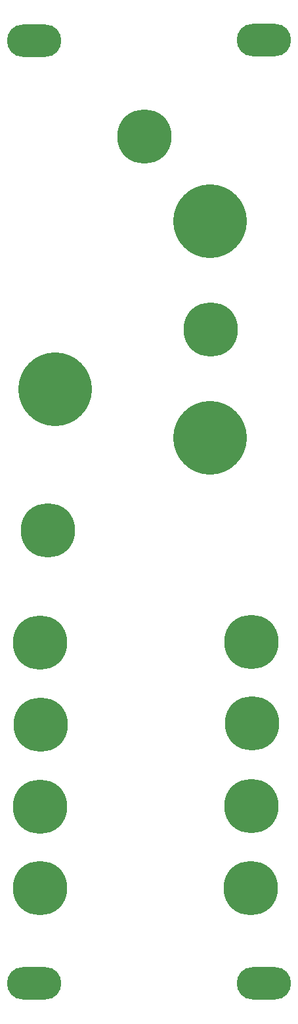
<source format=gbr>
%TF.GenerationSoftware,KiCad,Pcbnew,6.0.2+dfsg-1*%
%TF.CreationDate,2023-09-10T17:25:56+01:00*%
%TF.ProjectId,fr4panel,66723470-616e-4656-9c2e-6b696361645f,rev?*%
%TF.SameCoordinates,Original*%
%TF.FileFunction,Copper,L2,Bot*%
%TF.FilePolarity,Positive*%
%FSLAX46Y46*%
G04 Gerber Fmt 4.6, Leading zero omitted, Abs format (unit mm)*
G04 Created by KiCad (PCBNEW 6.0.2+dfsg-1) date 2023-09-10 17:25:56*
%MOMM*%
%LPD*%
G01*
G04 APERTURE LIST*
%TA.AperFunction,WasherPad*%
%ADD10C,9.500000*%
%TD*%
%TA.AperFunction,ComponentPad*%
%ADD11C,7.000000*%
%TD*%
%TA.AperFunction,ComponentPad*%
%ADD12O,7.000000X4.200000*%
%TD*%
G04 APERTURE END LIST*
D10*
%TO.P,REF\u002A\u002A,*%
%TO.N,*%
X133050000Y-70310000D03*
%TD*%
%TO.P,REF\u002A\u002A,*%
%TO.N,*%
X153050000Y-76620000D03*
%TD*%
%TO.P,REF\u002A\u002A,*%
%TO.N,*%
X153060000Y-48690000D03*
%TD*%
D11*
%TO.P,REF\u002A\u002A,*%
%TO.N,*%
X144600000Y-37740000D03*
%TD*%
%TO.P,REF\u002A\u002A,*%
%TO.N,*%
X153110000Y-62630000D03*
%TD*%
%TO.P,REF\u002A\u002A,*%
%TO.N,*%
X132170000Y-88530000D03*
%TD*%
%TO.P,REF\u002A\u002A,*%
%TO.N,*%
X158470000Y-113450000D03*
%TD*%
%TO.P,REF\u002A\u002A,*%
%TO.N,*%
X158420000Y-102940000D03*
%TD*%
%TO.P,REF\u002A\u002A,*%
%TO.N,*%
X158260000Y-134720000D03*
%TD*%
%TO.P,REF\u002A\u002A,*%
%TO.N,*%
X158370000Y-124100000D03*
%TD*%
%TO.P,REF\u002A\u002A,*%
%TO.N,*%
X131090000Y-124220000D03*
%TD*%
%TO.P,REF\u002A\u002A,*%
%TO.N,*%
X131140000Y-134730000D03*
%TD*%
%TO.P,REF\u002A\u002A,*%
%TO.N,*%
X131140000Y-103060000D03*
%TD*%
%TO.P,REF\u002A\u002A,*%
%TO.N,*%
X131190000Y-113570000D03*
%TD*%
D12*
%TO.P,REF\u002A\u002A,*%
%TO.N,*%
X159980000Y-25340000D03*
%TD*%
%TO.P,REF\u002A\u002A,*%
%TO.N,*%
X159980000Y-146970000D03*
%TD*%
%TO.P,REF\u002A\u002A,*%
%TO.N,*%
X130370000Y-146960000D03*
%TD*%
%TO.P,REF\u002A\u002A,*%
%TO.N,*%
X130370000Y-25350000D03*
%TD*%
M02*

</source>
